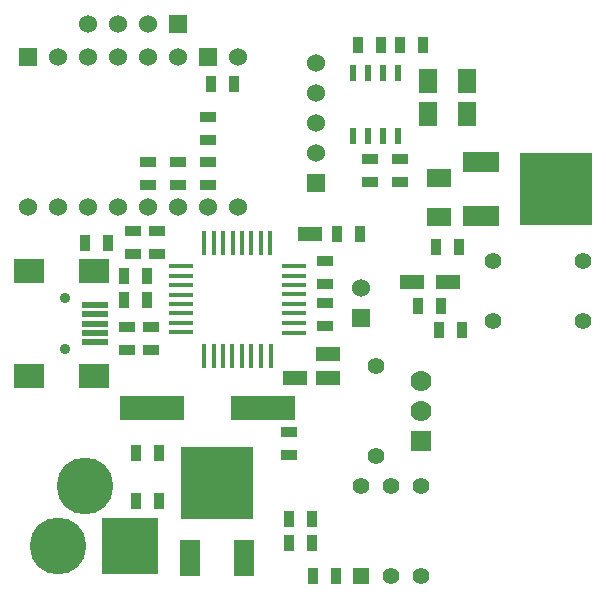
<source format=gts>
G04 (created by PCBNEW (2013-mar-13)-testing) date czw, 7 sie 2014, 20:04:06*
%MOIN*%
G04 Gerber Fmt 3.4, Leading zero omitted, Abs format*
%FSLAX34Y34*%
G01*
G70*
G90*
G04 APERTURE LIST*
%ADD10C,0.005906*%
%ADD11R,0.035000X0.055000*%
%ADD12R,0.055000X0.035000*%
%ADD13R,0.080000X0.060000*%
%ADD14R,0.090600X0.019700*%
%ADD15R,0.098400X0.078700*%
%ADD16C,0.035400*%
%ADD17R,0.060000X0.060000*%
%ADD18C,0.060000*%
%ADD19R,0.080000X0.050000*%
%ADD20C,0.189000*%
%ADD21R,0.189000X0.189000*%
%ADD22R,0.120000X0.065000*%
%ADD23R,0.240000X0.240000*%
%ADD24C,0.055000*%
%ADD25R,0.060000X0.080000*%
%ADD26R,0.065000X0.120000*%
%ADD27C,0.070000*%
%ADD28R,0.070000X0.070000*%
%ADD29R,0.216500X0.078700*%
%ADD30R,0.078700X0.017700*%
%ADD31R,0.017700X0.078700*%
%ADD32R,0.055000X0.055000*%
%ADD33R,0.023600X0.055100*%
G04 APERTURE END LIST*
G54D10*
G54D11*
X10917Y-7577D03*
X11667Y-7577D03*
G54D12*
X6592Y-4452D03*
X6592Y-3702D03*
X9292Y-14952D03*
X9292Y-14202D03*
X12992Y-5852D03*
X12992Y-5102D03*
G54D11*
X11617Y-1277D03*
X12367Y-1277D03*
X7467Y-2577D03*
X6717Y-2577D03*
X4217Y-16477D03*
X4967Y-16477D03*
X4217Y-14877D03*
X4967Y-14877D03*
X14367Y-9977D03*
X13617Y-9977D03*
G54D12*
X4692Y-10702D03*
X4692Y-11452D03*
X3892Y-11452D03*
X3892Y-10702D03*
G54D11*
X3817Y-8977D03*
X4567Y-8977D03*
X9317Y-17077D03*
X10067Y-17077D03*
G54D13*
X14292Y-7027D03*
X14292Y-5727D03*
G54D12*
X10492Y-9902D03*
X10492Y-10652D03*
G54D14*
X2850Y-9947D03*
X2850Y-10262D03*
X2850Y-10577D03*
X2850Y-10892D03*
X2850Y-11207D03*
G54D15*
X2811Y-8825D03*
X646Y-8825D03*
X2811Y-12329D03*
X646Y-12329D03*
G54D16*
X1827Y-9711D03*
X1827Y-11443D03*
G54D17*
X5592Y-577D03*
G54D18*
X4592Y-577D03*
X3592Y-577D03*
X2592Y-577D03*
G54D19*
X13392Y-9177D03*
X9492Y-12377D03*
X10592Y-12377D03*
G54D20*
X1592Y-17977D03*
G54D21*
X3992Y-17977D03*
G54D20*
X2492Y-15977D03*
G54D19*
X10592Y-11577D03*
X9992Y-7577D03*
X14592Y-9177D03*
G54D17*
X11692Y-10377D03*
G54D18*
X11692Y-9377D03*
G54D17*
X10192Y-5877D03*
G54D18*
X10192Y-4877D03*
X10192Y-3877D03*
X10192Y-2877D03*
X10192Y-1877D03*
G54D22*
X15692Y-5177D03*
G54D23*
X18192Y-6077D03*
G54D22*
X15692Y-6977D03*
G54D11*
X15067Y-10777D03*
X14317Y-10777D03*
X14217Y-8027D03*
X14967Y-8027D03*
X4567Y-9777D03*
X3817Y-9777D03*
X2517Y-7877D03*
X3267Y-7877D03*
X10067Y-17877D03*
X9317Y-17877D03*
X10117Y-18977D03*
X10867Y-18977D03*
G54D24*
X12192Y-14977D03*
X12192Y-11977D03*
G54D12*
X11992Y-5852D03*
X11992Y-5102D03*
G54D25*
X13942Y-2477D03*
X15242Y-2477D03*
X13942Y-3577D03*
X15242Y-3577D03*
G54D12*
X4892Y-7502D03*
X4892Y-8252D03*
X4092Y-7502D03*
X4092Y-8252D03*
G54D11*
X13767Y-1277D03*
X13017Y-1277D03*
G54D12*
X10492Y-8502D03*
X10492Y-9252D03*
X4592Y-5952D03*
X4592Y-5202D03*
X5592Y-5952D03*
X5592Y-5202D03*
X6592Y-5952D03*
X6592Y-5202D03*
G54D24*
X19092Y-10477D03*
X19092Y-8477D03*
X16092Y-10477D03*
X16092Y-8477D03*
G54D26*
X5992Y-18377D03*
G54D23*
X6892Y-15877D03*
G54D26*
X7792Y-18377D03*
G54D27*
X13692Y-12477D03*
X13692Y-13477D03*
G54D28*
X13692Y-14477D03*
G54D17*
X592Y-1677D03*
G54D18*
X1592Y-1677D03*
X2592Y-1677D03*
X3592Y-1677D03*
X4592Y-1677D03*
X5592Y-1677D03*
G54D17*
X6592Y-1677D03*
G54D18*
X7592Y-1677D03*
X7592Y-6677D03*
X6592Y-6677D03*
X5592Y-6677D03*
X4592Y-6677D03*
X3592Y-6677D03*
X2592Y-6677D03*
X1592Y-6677D03*
X592Y-6677D03*
G54D29*
X4742Y-13377D03*
X8442Y-13377D03*
G54D30*
X5696Y-10870D03*
X5696Y-10555D03*
X5696Y-10240D03*
X5696Y-9925D03*
X5696Y-9610D03*
X5696Y-9295D03*
X5696Y-8980D03*
X5696Y-8665D03*
X9462Y-8667D03*
X9462Y-10877D03*
X9462Y-10557D03*
X9462Y-10237D03*
X9462Y-9927D03*
X9462Y-9607D03*
X9462Y-9297D03*
X9462Y-8977D03*
G54D31*
X6480Y-7877D03*
X6794Y-7877D03*
X7110Y-7877D03*
X7424Y-7877D03*
X7740Y-7877D03*
X8054Y-7877D03*
X8370Y-7877D03*
X8684Y-7877D03*
X6482Y-11657D03*
X6792Y-11657D03*
X7112Y-11657D03*
X7422Y-11657D03*
X7732Y-11657D03*
X8052Y-11657D03*
X8372Y-11657D03*
X8692Y-11657D03*
G54D32*
X11692Y-18977D03*
G54D24*
X12692Y-18977D03*
X13692Y-18977D03*
X13692Y-15977D03*
X12692Y-15977D03*
X11692Y-15977D03*
G54D33*
X11442Y-2227D03*
X11442Y-4327D03*
X11942Y-2227D03*
X12442Y-2227D03*
X12942Y-2227D03*
X11942Y-4327D03*
X12442Y-4327D03*
X12942Y-4327D03*
M02*

</source>
